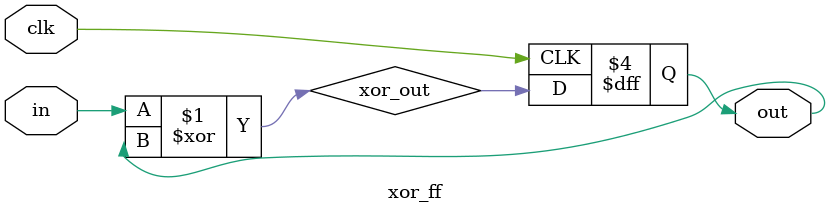
<source format=v>
module xor_ff (
    input wire in,
    input wire clk,
    output reg out = 0
);
    wire xor_out;

    assign xor_out = in ^ out;

    always @(posedge clk) begin
        out <= xor_out;
    end

endmodule

</source>
